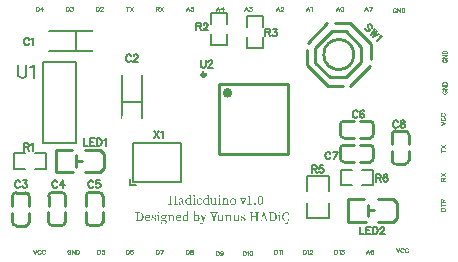
<source format=gto>
G04 Layer: TopSilkscreenLayer*
G04 EasyEDA v6.5.3, 2022-04-19 22:15:57*
G04 160cfc1a8d0c4c478010f6dc8366fd90,3d704182bbbd40308880d08212c7ad4d,10*
G04 Gerber Generator version 0.2*
G04 Scale: 100 percent, Rotated: No, Reflected: No *
G04 Dimensions in inches *
G04 leading zeros omitted , absolute positions ,3 integer and 6 decimal *
%FSLAX36Y36*%
%MOIN*%

%ADD10C,0.0100*%
%ADD26C,0.0060*%
%ADD27C,0.0060*%
%ADD28C,0.0118*%
%ADD29C,0.0157*%
%ADD30C,0.0030*%

%LPD*%
G36*
X897099Y2582400D02*
G01*
X890300Y2580600D01*
X890300Y2579200D01*
X894000Y2578900D01*
X894000Y2568500D01*
X892620Y2569880D01*
X891220Y2570779D01*
X889740Y2571259D01*
X888199Y2571400D01*
X886260Y2571200D01*
X884460Y2570600D01*
X882880Y2569640D01*
X881520Y2568340D01*
X880420Y2566740D01*
X879599Y2564820D01*
X879080Y2562640D01*
X878907Y2560299D01*
X882700Y2560299D01*
X883199Y2564340D01*
X884580Y2567120D01*
X886580Y2568700D01*
X889000Y2569200D01*
X890080Y2569080D01*
X891260Y2568680D01*
X892520Y2567940D01*
X893900Y2566800D01*
X893900Y2554200D01*
X892660Y2553000D01*
X891480Y2552240D01*
X890240Y2551820D01*
X888900Y2551700D01*
X886460Y2552180D01*
X884479Y2553720D01*
X883180Y2556380D01*
X882700Y2560299D01*
X878907Y2560299D01*
X879060Y2557900D01*
X879539Y2555820D01*
X880320Y2553980D01*
X881380Y2552400D01*
X882680Y2551120D01*
X884220Y2550180D01*
X885960Y2549600D01*
X887900Y2549400D01*
X889780Y2549620D01*
X891400Y2550260D01*
X892800Y2551260D01*
X894000Y2552600D01*
X894300Y2549600D01*
X901100Y2550000D01*
X901100Y2551400D01*
X897500Y2551800D01*
X897500Y2575800D01*
X897600Y2582100D01*
G37*
G36*
X919900Y2582400D02*
G01*
X913300Y2580600D01*
X913300Y2579200D01*
X916800Y2578900D01*
X916800Y2554100D01*
X920400Y2554100D01*
X920400Y2566600D01*
X922080Y2567940D01*
X923520Y2568720D01*
X924780Y2569100D01*
X925900Y2569200D01*
X928180Y2568639D01*
X929980Y2566960D01*
X931180Y2564180D01*
X931600Y2560299D01*
X931120Y2556380D01*
X929820Y2553720D01*
X927920Y2552180D01*
X925699Y2551700D01*
X924400Y2551840D01*
X923080Y2552260D01*
X921740Y2553000D01*
X920400Y2554100D01*
X916800Y2554100D01*
X916800Y2551800D01*
X913500Y2551400D01*
X913500Y2550000D01*
X920000Y2549600D01*
X920400Y2552600D01*
X921880Y2551040D01*
X923420Y2550060D01*
X924980Y2549540D01*
X926500Y2549400D01*
X928400Y2549620D01*
X930140Y2550220D01*
X931680Y2551200D01*
X932980Y2552520D01*
X934040Y2554160D01*
X934840Y2556060D01*
X935340Y2558220D01*
X935500Y2560600D01*
X935340Y2563020D01*
X934840Y2565160D01*
X934080Y2567000D01*
X933060Y2568540D01*
X931820Y2569780D01*
X930400Y2570659D01*
X928820Y2571220D01*
X927099Y2571400D01*
X925360Y2571200D01*
X923640Y2570620D01*
X921960Y2569580D01*
X920400Y2568100D01*
X920400Y2575800D01*
X920500Y2582100D01*
G37*
G36*
X799000Y2581800D02*
G01*
X797880Y2581600D01*
X797000Y2581060D01*
X796420Y2580200D01*
X796200Y2579100D01*
X796420Y2578000D01*
X797000Y2577160D01*
X797880Y2576600D01*
X799000Y2576400D01*
X800080Y2576600D01*
X800960Y2577140D01*
X801580Y2578000D01*
X801800Y2579100D01*
X801580Y2580200D01*
X800960Y2581060D01*
X800080Y2581600D01*
G37*
G36*
X1201900Y2581800D02*
G01*
X1200780Y2581600D01*
X1199900Y2581060D01*
X1199320Y2580200D01*
X1199100Y2579100D01*
X1199320Y2578000D01*
X1199900Y2577160D01*
X1200780Y2576600D01*
X1201900Y2576400D01*
X1202980Y2576600D01*
X1203860Y2577140D01*
X1204480Y2578000D01*
X1204700Y2579100D01*
X1204480Y2580200D01*
X1203860Y2581060D01*
X1202980Y2581600D01*
G37*
G36*
X1225400Y2580000D02*
G01*
X1223300Y2579860D01*
X1221320Y2579480D01*
X1219440Y2578860D01*
X1217720Y2578020D01*
X1216140Y2576940D01*
X1214720Y2575680D01*
X1213500Y2574240D01*
X1212460Y2572620D01*
X1211620Y2570840D01*
X1211000Y2568920D01*
X1210620Y2566880D01*
X1210500Y2564700D01*
X1210740Y2561600D01*
X1211460Y2558780D01*
X1212600Y2556260D01*
X1214140Y2554080D01*
X1216080Y2552280D01*
X1218340Y2550880D01*
X1220940Y2549900D01*
X1223800Y2549400D01*
X1223400Y2546300D01*
X1224820Y2546000D01*
X1225820Y2545520D01*
X1226400Y2544820D01*
X1226600Y2543900D01*
X1226440Y2543020D01*
X1225980Y2542360D01*
X1225160Y2541940D01*
X1223440Y2541800D01*
X1222420Y2541880D01*
X1221900Y2542000D01*
X1221600Y2540800D01*
X1222780Y2540520D01*
X1224400Y2540400D01*
X1226500Y2540660D01*
X1228000Y2541400D01*
X1228900Y2542500D01*
X1229200Y2543900D01*
X1228880Y2545240D01*
X1228000Y2546280D01*
X1226660Y2547000D01*
X1225000Y2547400D01*
X1225300Y2549400D01*
X1227680Y2549520D01*
X1229900Y2549880D01*
X1232040Y2550540D01*
X1234100Y2551500D01*
X1234200Y2557900D01*
X1231800Y2557900D01*
X1230700Y2552400D01*
X1229420Y2551900D01*
X1228160Y2551560D01*
X1226920Y2551360D01*
X1225700Y2551300D01*
X1223440Y2551520D01*
X1221380Y2552160D01*
X1219540Y2553220D01*
X1217980Y2554700D01*
X1216720Y2556600D01*
X1215780Y2558900D01*
X1215200Y2561600D01*
X1215000Y2564700D01*
X1215220Y2567780D01*
X1215840Y2570460D01*
X1216840Y2572760D01*
X1218140Y2574660D01*
X1219740Y2576160D01*
X1221580Y2577220D01*
X1223620Y2577880D01*
X1225800Y2578100D01*
X1226920Y2578039D01*
X1228040Y2577860D01*
X1229180Y2577500D01*
X1230300Y2577000D01*
X1231400Y2571400D01*
X1233800Y2571400D01*
X1233700Y2577799D01*
X1231540Y2578860D01*
X1229400Y2579540D01*
X1227340Y2579900D01*
G37*
G36*
X1148700Y2579500D02*
G01*
X1142556Y2561400D01*
X1144400Y2561400D01*
X1148800Y2575000D01*
X1153400Y2561400D01*
X1142556Y2561400D01*
X1139400Y2552100D01*
X1135800Y2551500D01*
X1135800Y2550000D01*
X1145600Y2550000D01*
X1145600Y2551500D01*
X1141300Y2552100D01*
X1143800Y2559700D01*
X1154000Y2559700D01*
X1156500Y2552000D01*
X1152200Y2551500D01*
X1152200Y2550000D01*
X1164100Y2550000D01*
X1164100Y2551500D01*
X1160700Y2551900D01*
X1151200Y2579500D01*
G37*
G36*
X722000Y2579300D02*
G01*
X722000Y2577799D01*
X726000Y2577400D01*
X726100Y2560920D01*
X730100Y2560920D01*
X730200Y2577600D01*
X734000Y2577600D01*
X736340Y2577400D01*
X738400Y2576760D01*
X740200Y2575720D01*
X741680Y2574280D01*
X742840Y2572440D01*
X743700Y2570220D01*
X744220Y2567600D01*
X744400Y2564600D01*
X744220Y2561720D01*
X743700Y2559180D01*
X742820Y2557000D01*
X741620Y2555160D01*
X740100Y2553720D01*
X738240Y2552660D01*
X736080Y2552020D01*
X733600Y2551800D01*
X730200Y2551800D01*
X730100Y2560920D01*
X726100Y2560920D01*
X726000Y2552000D01*
X722000Y2551500D01*
X722000Y2550000D01*
X733900Y2550000D01*
X736020Y2550100D01*
X738040Y2550420D01*
X739920Y2550960D01*
X741680Y2551700D01*
X743280Y2552640D01*
X744720Y2553780D01*
X745960Y2555100D01*
X747020Y2556640D01*
X747860Y2558360D01*
X748480Y2560260D01*
X748860Y2562340D01*
X749000Y2564600D01*
X748880Y2566880D01*
X748540Y2568980D01*
X747960Y2570899D01*
X747180Y2572640D01*
X746200Y2574180D01*
X745040Y2575520D01*
X743700Y2576660D01*
X742180Y2577600D01*
X740520Y2578340D01*
X738720Y2578880D01*
X736760Y2579200D01*
X734700Y2579300D01*
G37*
G36*
X970400Y2579300D02*
G01*
X970400Y2577799D01*
X973700Y2577400D01*
X981600Y2561400D01*
X981500Y2552000D01*
X977000Y2551500D01*
X977000Y2550000D01*
X990200Y2550000D01*
X990200Y2551500D01*
X985600Y2552000D01*
X985600Y2561600D01*
X993199Y2577300D01*
X997000Y2577799D01*
X997000Y2579300D01*
X987000Y2579300D01*
X987000Y2577799D01*
X991200Y2577300D01*
X984700Y2563600D01*
X978300Y2577400D01*
X982600Y2577799D01*
X982600Y2579300D01*
G37*
G36*
X1102900Y2579300D02*
G01*
X1102900Y2577799D01*
X1107000Y2577400D01*
X1107100Y2560640D01*
X1107000Y2552000D01*
X1102900Y2551500D01*
X1102900Y2550000D01*
X1115200Y2550000D01*
X1115200Y2551500D01*
X1111200Y2552000D01*
X1111100Y2564200D01*
X1125400Y2564200D01*
X1125300Y2552000D01*
X1121200Y2551500D01*
X1121200Y2550000D01*
X1133500Y2550000D01*
X1133500Y2551500D01*
X1129400Y2552000D01*
X1129400Y2577400D01*
X1133500Y2577799D01*
X1133500Y2579300D01*
X1121200Y2579300D01*
X1121200Y2577799D01*
X1125300Y2577400D01*
X1125400Y2565899D01*
X1111100Y2565899D01*
X1111200Y2577400D01*
X1115200Y2577799D01*
X1115200Y2579300D01*
G37*
G36*
X1166100Y2579300D02*
G01*
X1166100Y2577799D01*
X1170200Y2577400D01*
X1170300Y2560920D01*
X1174300Y2560920D01*
X1174400Y2577600D01*
X1178200Y2577600D01*
X1180540Y2577400D01*
X1182600Y2576760D01*
X1184400Y2575720D01*
X1185880Y2574280D01*
X1187040Y2572440D01*
X1187900Y2570220D01*
X1188420Y2567600D01*
X1188600Y2564600D01*
X1188420Y2561720D01*
X1187900Y2559180D01*
X1187020Y2557000D01*
X1185820Y2555160D01*
X1184300Y2553720D01*
X1182440Y2552660D01*
X1180280Y2552020D01*
X1177800Y2551800D01*
X1174400Y2551800D01*
X1174300Y2560920D01*
X1170300Y2560920D01*
X1170200Y2552000D01*
X1166100Y2551500D01*
X1166100Y2550000D01*
X1178100Y2550000D01*
X1180220Y2550100D01*
X1182240Y2550420D01*
X1184120Y2550960D01*
X1185860Y2551700D01*
X1187440Y2552640D01*
X1188860Y2553780D01*
X1190100Y2555100D01*
X1191140Y2556640D01*
X1191980Y2558360D01*
X1192600Y2560260D01*
X1192980Y2562340D01*
X1193100Y2564600D01*
X1192980Y2566880D01*
X1192640Y2568980D01*
X1192080Y2570899D01*
X1191300Y2572640D01*
X1190340Y2574180D01*
X1189180Y2575520D01*
X1187860Y2576660D01*
X1186360Y2577600D01*
X1184700Y2578340D01*
X1182900Y2578880D01*
X1180960Y2579200D01*
X1178900Y2579300D01*
G37*
G36*
X763000Y2571400D02*
G01*
X761020Y2571200D01*
X759160Y2570600D01*
X757460Y2569640D01*
X755980Y2568340D01*
X754740Y2566740D01*
X753800Y2564820D01*
X753199Y2562640D01*
X753163Y2562200D01*
X756900Y2562200D01*
X757620Y2565560D01*
X759020Y2567900D01*
X760840Y2569260D01*
X762800Y2569700D01*
X764780Y2569280D01*
X766340Y2568159D01*
X767340Y2566540D01*
X767700Y2564600D01*
X767600Y2563639D01*
X767220Y2562880D01*
X766480Y2562380D01*
X765300Y2562200D01*
X753163Y2562200D01*
X753000Y2560200D01*
X753180Y2557780D01*
X753720Y2555640D01*
X754580Y2553800D01*
X755740Y2552240D01*
X757180Y2551020D01*
X758860Y2550140D01*
X760780Y2549580D01*
X762900Y2549400D01*
X765620Y2549760D01*
X767920Y2550780D01*
X769780Y2552360D01*
X771200Y2554400D01*
X770300Y2555000D01*
X769060Y2553760D01*
X767680Y2552780D01*
X766060Y2552140D01*
X764100Y2551900D01*
X761160Y2552440D01*
X758880Y2554080D01*
X757380Y2556800D01*
X756800Y2560600D01*
X770900Y2560600D01*
X771120Y2561640D01*
X771200Y2563000D01*
X770600Y2566500D01*
X768900Y2569140D01*
X766300Y2570820D01*
G37*
G36*
X783300Y2571400D02*
G01*
X780020Y2570899D01*
X777620Y2569540D01*
X776120Y2567559D01*
X775600Y2565200D01*
X776000Y2563180D01*
X777099Y2561580D01*
X778800Y2560299D01*
X781000Y2559300D01*
X783000Y2558600D01*
X784860Y2557840D01*
X786140Y2556980D01*
X786860Y2555920D01*
X787099Y2554600D01*
X786800Y2553200D01*
X785879Y2552100D01*
X784320Y2551360D01*
X782099Y2551100D01*
X780140Y2551300D01*
X778500Y2551800D01*
X777500Y2555900D01*
X775400Y2555900D01*
X775500Y2551100D01*
X777099Y2550380D01*
X778680Y2549840D01*
X780320Y2549520D01*
X782099Y2549400D01*
X785800Y2549900D01*
X788460Y2551280D01*
X790060Y2553280D01*
X790600Y2555700D01*
X790260Y2557620D01*
X789220Y2559300D01*
X787360Y2560760D01*
X783100Y2562600D01*
X781200Y2563340D01*
X779920Y2564160D01*
X779220Y2565140D01*
X779000Y2566400D01*
X779280Y2567740D01*
X780100Y2568759D01*
X781440Y2569380D01*
X783300Y2569600D01*
X784100Y2569560D01*
X784880Y2569420D01*
X785639Y2569180D01*
X786400Y2568800D01*
X787300Y2565100D01*
X789200Y2565100D01*
X789400Y2569600D01*
X787960Y2570340D01*
X786500Y2570920D01*
X784960Y2571280D01*
G37*
G36*
X816000Y2571400D02*
G01*
X812800Y2570920D01*
X810280Y2569520D01*
X808600Y2567260D01*
X808000Y2564200D01*
X811500Y2564200D01*
X811800Y2566460D01*
X812700Y2568240D01*
X814120Y2569380D01*
X816000Y2569800D01*
X817860Y2569400D01*
X819240Y2568279D01*
X820100Y2566560D01*
X820400Y2564300D01*
X820080Y2561940D01*
X819180Y2560080D01*
X817740Y2558840D01*
X815800Y2558400D01*
X813980Y2558820D01*
X812640Y2559980D01*
X811800Y2561820D01*
X811500Y2564200D01*
X808000Y2564200D01*
X808240Y2562140D01*
X808920Y2560419D01*
X809980Y2559060D01*
X811400Y2558000D01*
X810000Y2556600D01*
X809080Y2555380D01*
X808560Y2554260D01*
X808400Y2553200D01*
X808580Y2551980D01*
X809120Y2551020D01*
X810000Y2550280D01*
X811200Y2549800D01*
X809280Y2548660D01*
X807980Y2547500D01*
X807240Y2546260D01*
X807105Y2545500D01*
X810400Y2545500D01*
X810500Y2546580D01*
X810819Y2547580D01*
X811380Y2548540D01*
X812200Y2549500D01*
X813180Y2549420D01*
X819400Y2549400D01*
X821420Y2549120D01*
X822760Y2548360D01*
X823480Y2547240D01*
X823700Y2545900D01*
X823220Y2544080D01*
X821780Y2542620D01*
X819400Y2541660D01*
X816100Y2541300D01*
X813780Y2541540D01*
X811979Y2542320D01*
X810819Y2543620D01*
X810400Y2545500D01*
X807105Y2545500D01*
X807000Y2544900D01*
X807540Y2542740D01*
X809180Y2541040D01*
X812020Y2539900D01*
X816100Y2539500D01*
X818640Y2539660D01*
X820819Y2540140D01*
X822680Y2540880D01*
X824200Y2541820D01*
X825380Y2542960D01*
X826220Y2544220D01*
X826740Y2545580D01*
X826900Y2547000D01*
X826480Y2549360D01*
X825200Y2551120D01*
X823020Y2552220D01*
X819900Y2552600D01*
X814100Y2552600D01*
X812740Y2552740D01*
X811880Y2553160D01*
X811420Y2553780D01*
X811300Y2554600D01*
X811380Y2555380D01*
X811600Y2556080D01*
X811979Y2556780D01*
X812500Y2557500D01*
X814140Y2557140D01*
X816000Y2557000D01*
X819120Y2557480D01*
X821580Y2558880D01*
X823220Y2561139D01*
X823800Y2564200D01*
X823720Y2565419D01*
X823520Y2566520D01*
X823160Y2567520D01*
X822700Y2568399D01*
X827099Y2568300D01*
X827099Y2570899D01*
X826500Y2571300D01*
X821500Y2569600D01*
X820360Y2570380D01*
X819040Y2570960D01*
X817600Y2571280D01*
G37*
G36*
X844599Y2571400D02*
G01*
X842560Y2571120D01*
X840500Y2570280D01*
X838520Y2569000D01*
X836700Y2567300D01*
X836400Y2570899D01*
X835800Y2571300D01*
X829599Y2568900D01*
X829599Y2567600D01*
X833100Y2567200D01*
X833180Y2564660D01*
X833100Y2551800D01*
X829900Y2551400D01*
X829900Y2550000D01*
X840000Y2550000D01*
X840000Y2551400D01*
X836900Y2551800D01*
X836800Y2565700D01*
X838460Y2567040D01*
X840020Y2567940D01*
X841520Y2568440D01*
X843000Y2568600D01*
X844620Y2568320D01*
X845740Y2567420D01*
X846380Y2565779D01*
X846600Y2563300D01*
X846500Y2551800D01*
X843300Y2551400D01*
X843300Y2550000D01*
X853400Y2550000D01*
X853400Y2551400D01*
X850300Y2551800D01*
X850200Y2563399D01*
X849840Y2567020D01*
X848780Y2569500D01*
X847039Y2570940D01*
G37*
G36*
X866700Y2571400D02*
G01*
X864720Y2571200D01*
X862840Y2570600D01*
X861140Y2569640D01*
X859620Y2568340D01*
X858379Y2566740D01*
X857420Y2564820D01*
X856820Y2562640D01*
X856780Y2562200D01*
X860500Y2562200D01*
X861260Y2565560D01*
X862680Y2567900D01*
X864500Y2569260D01*
X866500Y2569700D01*
X868439Y2569280D01*
X869940Y2568159D01*
X870939Y2566540D01*
X871300Y2564600D01*
X871200Y2563639D01*
X870860Y2562880D01*
X870160Y2562380D01*
X869000Y2562200D01*
X856780Y2562200D01*
X856600Y2560200D01*
X856780Y2557780D01*
X857320Y2555640D01*
X858180Y2553800D01*
X859340Y2552240D01*
X860780Y2551020D01*
X862460Y2550140D01*
X864380Y2549580D01*
X866500Y2549400D01*
X869220Y2549760D01*
X871520Y2550780D01*
X873379Y2552360D01*
X874800Y2554400D01*
X873900Y2555000D01*
X872700Y2553760D01*
X871340Y2552780D01*
X869720Y2552140D01*
X867800Y2551900D01*
X864860Y2552440D01*
X862580Y2554080D01*
X861080Y2556800D01*
X860500Y2560600D01*
X874599Y2560600D01*
X874820Y2561640D01*
X874900Y2563000D01*
X874280Y2566500D01*
X872560Y2569140D01*
X869960Y2570820D01*
G37*
G36*
X1036100Y2571400D02*
G01*
X1034040Y2571120D01*
X1031960Y2570280D01*
X1029980Y2569000D01*
X1028199Y2567300D01*
X1027800Y2570899D01*
X1027200Y2571300D01*
X1021100Y2568900D01*
X1021100Y2567600D01*
X1024599Y2567200D01*
X1024700Y2561500D01*
X1024599Y2551800D01*
X1021400Y2551400D01*
X1021400Y2550000D01*
X1031400Y2550000D01*
X1031400Y2551400D01*
X1028400Y2551800D01*
X1028300Y2565700D01*
X1029960Y2567040D01*
X1031500Y2567940D01*
X1032960Y2568440D01*
X1034400Y2568600D01*
X1036080Y2568320D01*
X1037220Y2567420D01*
X1037880Y2565779D01*
X1038100Y2563300D01*
X1038000Y2551800D01*
X1034800Y2551400D01*
X1034800Y2550000D01*
X1044800Y2550000D01*
X1044800Y2551400D01*
X1041800Y2551800D01*
X1041700Y2563399D01*
X1041340Y2567020D01*
X1040280Y2569500D01*
X1038540Y2570940D01*
G37*
G36*
X1081700Y2571400D02*
G01*
X1078440Y2570899D01*
X1076060Y2569540D01*
X1074600Y2567559D01*
X1074100Y2565200D01*
X1074480Y2563180D01*
X1075560Y2561580D01*
X1077220Y2560299D01*
X1079400Y2559300D01*
X1081500Y2558600D01*
X1083360Y2557840D01*
X1084640Y2556980D01*
X1085360Y2555920D01*
X1085600Y2554600D01*
X1085300Y2553200D01*
X1084360Y2552100D01*
X1082780Y2551360D01*
X1080500Y2551100D01*
X1078580Y2551300D01*
X1076900Y2551800D01*
X1076000Y2555900D01*
X1073900Y2555900D01*
X1074000Y2551100D01*
X1075560Y2550380D01*
X1077120Y2549840D01*
X1078760Y2549520D01*
X1080600Y2549400D01*
X1084240Y2549900D01*
X1086860Y2551280D01*
X1088460Y2553280D01*
X1089000Y2555700D01*
X1088680Y2557620D01*
X1087660Y2559300D01*
X1085800Y2560760D01*
X1079640Y2563340D01*
X1078360Y2564160D01*
X1077640Y2565140D01*
X1077400Y2566400D01*
X1077680Y2567740D01*
X1078500Y2568759D01*
X1079840Y2569380D01*
X1081700Y2569600D01*
X1083300Y2569420D01*
X1084100Y2569180D01*
X1084900Y2568800D01*
X1085700Y2565100D01*
X1087700Y2565100D01*
X1087800Y2569600D01*
X1086380Y2570340D01*
X1084940Y2570920D01*
X1083400Y2571280D01*
G37*
G36*
X800300Y2571300D02*
G01*
X793600Y2569000D01*
X793600Y2567600D01*
X797200Y2567300D01*
X797300Y2561500D01*
X797200Y2551800D01*
X793800Y2551400D01*
X793800Y2550000D01*
X803900Y2550000D01*
X803900Y2551400D01*
X800900Y2551800D01*
X800800Y2565100D01*
X800900Y2570899D01*
G37*
G36*
X1203200Y2571300D02*
G01*
X1196500Y2569000D01*
X1196500Y2567600D01*
X1200100Y2567300D01*
X1200180Y2564620D01*
X1200100Y2551800D01*
X1196800Y2551400D01*
X1196800Y2550000D01*
X1206800Y2550000D01*
X1206800Y2551400D01*
X1203800Y2551800D01*
X1203800Y2570899D01*
G37*
G36*
X1001400Y2571100D02*
G01*
X995000Y2570400D01*
X995000Y2569200D01*
X998199Y2568500D01*
X998000Y2557400D01*
X998400Y2553660D01*
X999539Y2551180D01*
X1001380Y2549820D01*
X1003800Y2549400D01*
X1005840Y2549660D01*
X1007840Y2550460D01*
X1009800Y2551760D01*
X1011600Y2553600D01*
X1012000Y2549600D01*
X1018000Y2550000D01*
X1018000Y2551300D01*
X1015000Y2551800D01*
X1015000Y2564400D01*
X1015200Y2570600D01*
X1014800Y2571100D01*
X1008400Y2570400D01*
X1008400Y2569100D01*
X1011600Y2568500D01*
X1011400Y2555200D01*
X1009940Y2553900D01*
X1008420Y2553000D01*
X1006880Y2552480D01*
X1005300Y2552300D01*
X1003720Y2552560D01*
X1002600Y2553460D01*
X1001919Y2555080D01*
X1001700Y2557600D01*
X1001700Y2564400D01*
X1001900Y2570600D01*
G37*
G36*
X1053600Y2571100D02*
G01*
X1047099Y2570400D01*
X1047099Y2569200D01*
X1050300Y2568500D01*
X1050200Y2557400D01*
X1050540Y2553660D01*
X1051660Y2551180D01*
X1053480Y2549820D01*
X1055900Y2549400D01*
X1057940Y2549660D01*
X1059940Y2550460D01*
X1061900Y2551760D01*
X1063700Y2553600D01*
X1064100Y2549600D01*
X1070200Y2550000D01*
X1070200Y2551300D01*
X1067200Y2551800D01*
X1067200Y2564400D01*
X1067300Y2570600D01*
X1066900Y2571100D01*
X1060600Y2570400D01*
X1060600Y2569100D01*
X1063700Y2568500D01*
X1063600Y2555200D01*
X1062100Y2553900D01*
X1060580Y2553000D01*
X1059020Y2552480D01*
X1057400Y2552300D01*
X1055820Y2552560D01*
X1054700Y2553460D01*
X1054020Y2555080D01*
X1053800Y2557600D01*
X1053800Y2564400D01*
X1054000Y2570600D01*
G37*
G36*
X937099Y2570800D02*
G01*
X937099Y2569400D01*
X939599Y2569100D01*
X947700Y2548700D01*
X946680Y2546300D01*
X945740Y2544540D01*
X944620Y2542980D01*
X943300Y2541700D01*
X942159Y2542720D01*
X941400Y2543220D01*
X940639Y2543500D01*
X939800Y2543600D01*
X938840Y2543500D01*
X937980Y2543180D01*
X937340Y2542620D01*
X937000Y2541800D01*
X937320Y2540700D01*
X938160Y2539860D01*
X939400Y2539300D01*
X940900Y2539100D01*
X942080Y2539240D01*
X943220Y2539680D01*
X944320Y2540420D01*
X945420Y2541500D01*
X946480Y2542940D01*
X947560Y2544760D01*
X948620Y2546960D01*
X949700Y2549600D01*
X957000Y2569000D01*
X959500Y2569400D01*
X959500Y2570800D01*
X951000Y2570800D01*
X951000Y2569400D01*
X955000Y2569000D01*
X949400Y2553400D01*
X943700Y2569000D01*
X947500Y2569400D01*
X947500Y2570800D01*
G37*
G36*
X906200Y2637400D02*
G01*
X899400Y2635600D01*
X899400Y2634200D01*
X903100Y2633900D01*
X903100Y2623500D01*
X901680Y2624880D01*
X900280Y2625779D01*
X898820Y2626259D01*
X897300Y2626400D01*
X895340Y2626200D01*
X893560Y2625600D01*
X891979Y2624640D01*
X890620Y2623340D01*
X889520Y2621740D01*
X888700Y2619820D01*
X888180Y2617640D01*
X888007Y2615299D01*
X891800Y2615299D01*
X892300Y2619340D01*
X893660Y2622120D01*
X895639Y2623700D01*
X898000Y2624200D01*
X899140Y2624080D01*
X900320Y2623680D01*
X901580Y2622940D01*
X903000Y2621800D01*
X903000Y2609200D01*
X901760Y2608000D01*
X900580Y2607240D01*
X899340Y2606820D01*
X898000Y2606700D01*
X895520Y2607180D01*
X893540Y2608720D01*
X892260Y2611380D01*
X891800Y2615299D01*
X888007Y2615299D01*
X888160Y2612900D01*
X888640Y2610820D01*
X889419Y2608980D01*
X890480Y2607400D01*
X891780Y2606120D01*
X893319Y2605179D01*
X895060Y2604600D01*
X897000Y2604400D01*
X898840Y2604620D01*
X900460Y2605260D01*
X901880Y2606259D01*
X903100Y2607600D01*
X903400Y2604600D01*
X910200Y2605000D01*
X910200Y2606400D01*
X906600Y2606800D01*
X906600Y2630800D01*
X906700Y2637100D01*
G37*
G36*
X965600Y2637400D02*
G01*
X958900Y2635600D01*
X958900Y2634200D01*
X962600Y2633900D01*
X962600Y2623500D01*
X961180Y2624880D01*
X959740Y2625779D01*
X958280Y2626259D01*
X956800Y2626400D01*
X954840Y2626200D01*
X953060Y2625600D01*
X951460Y2624640D01*
X950080Y2623340D01*
X948960Y2621740D01*
X948100Y2619820D01*
X947580Y2617640D01*
X947407Y2615299D01*
X951300Y2615299D01*
X951800Y2619340D01*
X953160Y2622120D01*
X955140Y2623700D01*
X957500Y2624200D01*
X958640Y2624080D01*
X959820Y2623680D01*
X961080Y2622940D01*
X962500Y2621800D01*
X962500Y2609200D01*
X961260Y2608000D01*
X960080Y2607240D01*
X958840Y2606820D01*
X957500Y2606700D01*
X955020Y2607180D01*
X953060Y2608720D01*
X951760Y2611380D01*
X951300Y2615299D01*
X947407Y2615299D01*
X947560Y2612900D01*
X948060Y2610820D01*
X948860Y2608980D01*
X949920Y2607400D01*
X951220Y2606120D01*
X952760Y2605179D01*
X954500Y2604600D01*
X956400Y2604400D01*
X958280Y2604620D01*
X959920Y2605260D01*
X961340Y2606259D01*
X962600Y2607600D01*
X962800Y2604600D01*
X969599Y2605000D01*
X969599Y2606400D01*
X966100Y2606800D01*
X966100Y2630800D01*
X966200Y2637100D01*
G37*
G36*
X917600Y2636800D02*
G01*
X916480Y2636600D01*
X915600Y2636060D01*
X915020Y2635200D01*
X914800Y2634100D01*
X915020Y2633000D01*
X915600Y2632160D01*
X916480Y2631600D01*
X917600Y2631400D01*
X918720Y2631600D01*
X919599Y2632140D01*
X920180Y2633000D01*
X920400Y2634100D01*
X920180Y2635200D01*
X919599Y2636060D01*
X918720Y2636600D01*
G37*
G36*
X1002500Y2636800D02*
G01*
X1001380Y2636600D01*
X1000460Y2636060D01*
X999820Y2635200D01*
X999599Y2634100D01*
X999820Y2633000D01*
X1000460Y2632160D01*
X1001380Y2631600D01*
X1002500Y2631400D01*
X1003580Y2631600D01*
X1004460Y2632140D01*
X1005080Y2633000D01*
X1005300Y2634100D01*
X1005080Y2635200D01*
X1004460Y2636060D01*
X1003580Y2636600D01*
G37*
G36*
X1138000Y2634900D02*
G01*
X1136260Y2634700D01*
X1134580Y2634080D01*
X1133020Y2633020D01*
X1131640Y2631480D01*
X1130480Y2629440D01*
X1129580Y2626840D01*
X1129000Y2623680D01*
X1128800Y2619900D01*
X1132700Y2619900D01*
X1132820Y2623480D01*
X1133140Y2626400D01*
X1133640Y2628720D01*
X1134300Y2630480D01*
X1135100Y2631760D01*
X1136000Y2632600D01*
X1136960Y2633060D01*
X1138000Y2633200D01*
X1139000Y2633060D01*
X1139960Y2632600D01*
X1140840Y2631760D01*
X1141620Y2630480D01*
X1142260Y2628720D01*
X1142760Y2626400D01*
X1143080Y2623480D01*
X1143200Y2619900D01*
X1143080Y2616180D01*
X1142760Y2613140D01*
X1142260Y2610740D01*
X1141620Y2608920D01*
X1140840Y2607600D01*
X1139960Y2606720D01*
X1139000Y2606240D01*
X1138000Y2606100D01*
X1136960Y2606240D01*
X1136000Y2606720D01*
X1135100Y2607600D01*
X1134300Y2608920D01*
X1133640Y2610740D01*
X1133140Y2613140D01*
X1132820Y2616180D01*
X1132700Y2619900D01*
X1128800Y2619900D01*
X1129000Y2615980D01*
X1129580Y2612720D01*
X1130480Y2610020D01*
X1131640Y2607919D01*
X1133020Y2606320D01*
X1134580Y2605240D01*
X1136260Y2604600D01*
X1138000Y2604400D01*
X1139720Y2604600D01*
X1141380Y2605240D01*
X1142940Y2606320D01*
X1144320Y2607919D01*
X1145500Y2610020D01*
X1146400Y2612720D01*
X1147000Y2615980D01*
X1147200Y2619900D01*
X1147000Y2623680D01*
X1146400Y2626840D01*
X1145500Y2629440D01*
X1144320Y2631480D01*
X1142940Y2633020D01*
X1141380Y2634080D01*
X1139720Y2634700D01*
G37*
G36*
X1104600Y2634800D02*
G01*
X1095600Y2632400D01*
X1095600Y2630899D01*
X1101500Y2631400D01*
X1101400Y2607200D01*
X1095200Y2606400D01*
X1095200Y2605000D01*
X1111300Y2605000D01*
X1111300Y2606400D01*
X1105200Y2607200D01*
X1105120Y2610740D01*
X1105100Y2628000D01*
X1105200Y2634300D01*
G37*
G36*
X832000Y2634300D02*
G01*
X832000Y2632799D01*
X836000Y2632400D01*
X836100Y2615640D01*
X836000Y2607000D01*
X832000Y2606500D01*
X832000Y2605000D01*
X844200Y2605000D01*
X844200Y2606500D01*
X840200Y2607000D01*
X840100Y2619200D01*
X854400Y2619200D01*
X854300Y2607000D01*
X850300Y2606500D01*
X850300Y2605000D01*
X862600Y2605000D01*
X862600Y2606500D01*
X858500Y2607000D01*
X858400Y2623639D01*
X858500Y2632400D01*
X862600Y2632799D01*
X862600Y2634300D01*
X850300Y2634300D01*
X850300Y2632799D01*
X854300Y2632400D01*
X854400Y2620899D01*
X840100Y2620899D01*
X840200Y2632400D01*
X844200Y2632799D01*
X844200Y2634300D01*
G37*
G36*
X874800Y2626400D02*
G01*
X871620Y2626019D01*
X869080Y2624940D01*
X867280Y2623240D01*
X866300Y2621000D01*
X866480Y2620280D01*
X866840Y2619740D01*
X867420Y2619420D01*
X868199Y2619300D01*
X869000Y2619420D01*
X869640Y2619820D01*
X870100Y2620440D01*
X871300Y2624300D01*
X872580Y2624620D01*
X873800Y2624700D01*
X875680Y2624460D01*
X876979Y2623600D01*
X877760Y2621920D01*
X878000Y2619200D01*
X878000Y2617900D01*
X875300Y2617220D01*
X872900Y2616400D01*
X869380Y2614900D01*
X867159Y2613360D01*
X866020Y2611680D01*
X865802Y2610400D01*
X869400Y2610400D01*
X869560Y2611620D01*
X870220Y2612840D01*
X871600Y2614040D01*
X873900Y2615200D01*
X875720Y2615860D01*
X878000Y2616500D01*
X878000Y2609600D01*
X876380Y2608360D01*
X875120Y2607559D01*
X874060Y2607120D01*
X873000Y2607000D01*
X871560Y2607200D01*
X870420Y2607799D01*
X869659Y2608860D01*
X869400Y2610400D01*
X865802Y2610400D01*
X865699Y2609800D01*
X866160Y2607480D01*
X867400Y2605779D01*
X869240Y2604760D01*
X871500Y2604400D01*
X873280Y2604620D01*
X874820Y2605299D01*
X876340Y2606420D01*
X878000Y2608000D01*
X878480Y2606520D01*
X879320Y2605419D01*
X880500Y2604740D01*
X882000Y2604500D01*
X883080Y2604620D01*
X884040Y2605020D01*
X884920Y2605720D01*
X885699Y2606800D01*
X884900Y2607600D01*
X884120Y2606780D01*
X883700Y2606580D01*
X883199Y2606500D01*
X882520Y2606640D01*
X882020Y2607120D01*
X881700Y2607980D01*
X881600Y2609300D01*
X881600Y2618800D01*
X881180Y2622300D01*
X879920Y2624660D01*
X877800Y2625980D01*
G37*
G36*
X936200Y2626400D02*
G01*
X934200Y2626200D01*
X932320Y2625640D01*
X930560Y2624700D01*
X929020Y2623440D01*
X927740Y2621840D01*
X926760Y2619940D01*
X926120Y2617760D01*
X925900Y2615299D01*
X926080Y2612900D01*
X926620Y2610779D01*
X927480Y2608900D01*
X928640Y2607340D01*
X930080Y2606080D01*
X931760Y2605160D01*
X933680Y2604600D01*
X935800Y2604400D01*
X938620Y2604760D01*
X940900Y2605820D01*
X942660Y2607520D01*
X943900Y2609800D01*
X943000Y2610200D01*
X941800Y2608800D01*
X940360Y2607760D01*
X938720Y2607120D01*
X936900Y2606900D01*
X934000Y2607480D01*
X931720Y2609200D01*
X930240Y2611960D01*
X929700Y2615700D01*
X930180Y2619520D01*
X931540Y2622340D01*
X933660Y2624100D01*
X936400Y2624700D01*
X937520Y2624620D01*
X938800Y2624300D01*
X939840Y2620380D01*
X940300Y2619740D01*
X940980Y2619340D01*
X941900Y2619200D01*
X942640Y2619300D01*
X943180Y2619580D01*
X943580Y2620080D01*
X943800Y2620800D01*
X942900Y2623020D01*
X941200Y2624800D01*
X938900Y2625980D01*
G37*
G36*
X1025400Y2626400D02*
G01*
X1023360Y2626120D01*
X1021300Y2625280D01*
X1019320Y2624000D01*
X1017500Y2622300D01*
X1017200Y2625899D01*
X1016600Y2626300D01*
X1010400Y2623900D01*
X1010400Y2622600D01*
X1013900Y2622200D01*
X1013980Y2619660D01*
X1013900Y2606800D01*
X1010699Y2606400D01*
X1010699Y2605000D01*
X1020800Y2605000D01*
X1020800Y2606400D01*
X1017700Y2606800D01*
X1017600Y2620700D01*
X1019260Y2622040D01*
X1020819Y2622940D01*
X1022320Y2623440D01*
X1023800Y2623600D01*
X1025420Y2623320D01*
X1026540Y2622420D01*
X1027180Y2620779D01*
X1027400Y2618300D01*
X1027300Y2606800D01*
X1024100Y2606400D01*
X1024100Y2605000D01*
X1034200Y2605000D01*
X1034200Y2606400D01*
X1031100Y2606800D01*
X1031000Y2618399D01*
X1030639Y2622020D01*
X1029580Y2624500D01*
X1027840Y2625940D01*
G37*
G36*
X1047500Y2626400D02*
G01*
X1045600Y2626220D01*
X1043780Y2625700D01*
X1042060Y2624820D01*
X1040540Y2623580D01*
X1039260Y2622020D01*
X1038259Y2620120D01*
X1037620Y2617880D01*
X1037400Y2615299D01*
X1041400Y2615299D01*
X1041800Y2619340D01*
X1042980Y2622280D01*
X1044900Y2624080D01*
X1047500Y2624700D01*
X1050040Y2624080D01*
X1051920Y2622280D01*
X1053100Y2619340D01*
X1053500Y2615299D01*
X1053100Y2611340D01*
X1051920Y2608460D01*
X1050040Y2606700D01*
X1047500Y2606100D01*
X1044900Y2606700D01*
X1042980Y2608440D01*
X1041800Y2611340D01*
X1041400Y2615299D01*
X1037400Y2615299D01*
X1037620Y2612760D01*
X1038240Y2610560D01*
X1039220Y2608680D01*
X1040500Y2607140D01*
X1042020Y2605960D01*
X1043720Y2605100D01*
X1045580Y2604580D01*
X1047500Y2604400D01*
X1049400Y2604580D01*
X1051220Y2605100D01*
X1052940Y2605960D01*
X1054460Y2607160D01*
X1055740Y2608680D01*
X1056740Y2610560D01*
X1057380Y2612760D01*
X1057600Y2615299D01*
X1057380Y2617880D01*
X1056740Y2620120D01*
X1055740Y2622020D01*
X1054460Y2623580D01*
X1052940Y2624820D01*
X1051220Y2625700D01*
X1049400Y2626220D01*
G37*
G36*
X919000Y2626300D02*
G01*
X912200Y2624000D01*
X912200Y2622600D01*
X915800Y2622300D01*
X915879Y2619620D01*
X915800Y2606800D01*
X912500Y2606400D01*
X912500Y2605000D01*
X922600Y2605000D01*
X922600Y2606400D01*
X919599Y2606800D01*
X919520Y2610620D01*
X919500Y2620100D01*
X919599Y2625899D01*
G37*
G36*
X1003800Y2626300D02*
G01*
X997099Y2624000D01*
X997099Y2622600D01*
X1000600Y2622300D01*
X1000800Y2616500D01*
X1000699Y2606800D01*
X997300Y2606400D01*
X997300Y2605000D01*
X1007400Y2605000D01*
X1007400Y2606400D01*
X1004400Y2606800D01*
X1004300Y2620100D01*
X1004400Y2625899D01*
G37*
G36*
X977600Y2626100D02*
G01*
X971200Y2625400D01*
X971200Y2624200D01*
X974300Y2623500D01*
X974200Y2612400D01*
X974599Y2608660D01*
X975740Y2606180D01*
X977540Y2604820D01*
X979900Y2604400D01*
X982000Y2604660D01*
X984020Y2605460D01*
X985939Y2606760D01*
X987700Y2608600D01*
X988100Y2604600D01*
X994200Y2605000D01*
X994200Y2606300D01*
X991200Y2606800D01*
X991200Y2619400D01*
X991300Y2625600D01*
X990900Y2626100D01*
X984599Y2625400D01*
X984599Y2624100D01*
X987700Y2623500D01*
X987600Y2610200D01*
X986140Y2608900D01*
X984620Y2608000D01*
X983080Y2607480D01*
X981500Y2607300D01*
X979900Y2607559D01*
X978760Y2608460D01*
X978040Y2610080D01*
X977800Y2612600D01*
X977800Y2619400D01*
X978000Y2625600D01*
G37*
G36*
X1069700Y2625800D02*
G01*
X1069700Y2624300D01*
X1072200Y2624000D01*
X1080000Y2604700D01*
X1081800Y2604700D01*
X1089000Y2623800D01*
X1091500Y2624300D01*
X1091500Y2625800D01*
X1083400Y2625800D01*
X1083400Y2624300D01*
X1087000Y2623800D01*
X1081900Y2609100D01*
X1076400Y2623900D01*
X1080200Y2624300D01*
X1080200Y2625800D01*
G37*
G36*
X1120400Y2610400D02*
G01*
X1119260Y2610160D01*
X1118300Y2609500D01*
X1117640Y2608540D01*
X1117400Y2607400D01*
X1117640Y2606259D01*
X1118300Y2605299D01*
X1119260Y2604640D01*
X1120400Y2604400D01*
X1121580Y2604640D01*
X1122540Y2605299D01*
X1123180Y2606259D01*
X1123400Y2607400D01*
X1123180Y2608540D01*
X1122540Y2609500D01*
X1121580Y2610160D01*
G37*
D30*
X390000Y3265100D02*
G01*
X390000Y3250799D01*
X390000Y3265100D02*
G01*
X394800Y3265100D01*
X396799Y3264499D01*
X398200Y3263099D01*
X398899Y3261700D01*
X399499Y3259699D01*
X399499Y3256300D01*
X398899Y3254200D01*
X398200Y3252899D01*
X396799Y3251500D01*
X394800Y3250799D01*
X390000Y3250799D01*
X410900Y3265100D02*
G01*
X404000Y3255599D01*
X414299Y3255599D01*
X410900Y3265100D02*
G01*
X410900Y3250799D01*
X490000Y3265100D02*
G01*
X490000Y3250799D01*
X490000Y3265100D02*
G01*
X494800Y3265100D01*
X496799Y3264499D01*
X498200Y3263099D01*
X498899Y3261700D01*
X499499Y3259699D01*
X499499Y3256300D01*
X498899Y3254200D01*
X498200Y3252899D01*
X496799Y3251500D01*
X494800Y3250799D01*
X490000Y3250799D01*
X505399Y3265100D02*
G01*
X512899Y3265100D01*
X508800Y3259699D01*
X510900Y3259699D01*
X512199Y3259000D01*
X512899Y3258299D01*
X513600Y3256300D01*
X513600Y3254899D01*
X512899Y3252899D01*
X511500Y3251500D01*
X509499Y3250799D01*
X507500Y3250799D01*
X505399Y3251500D01*
X504699Y3252199D01*
X504000Y3253499D01*
X590000Y3265100D02*
G01*
X590000Y3250799D01*
X590000Y3265100D02*
G01*
X594800Y3265100D01*
X596799Y3264499D01*
X598200Y3263099D01*
X598899Y3261700D01*
X599499Y3259699D01*
X599499Y3256300D01*
X598899Y3254200D01*
X598200Y3252899D01*
X596799Y3251500D01*
X594800Y3250799D01*
X590000Y3250799D01*
X604699Y3261700D02*
G01*
X604699Y3262399D01*
X605399Y3263800D01*
X606100Y3264499D01*
X607500Y3265100D01*
X610199Y3265100D01*
X611500Y3264499D01*
X612199Y3263800D01*
X612899Y3262399D01*
X612899Y3260999D01*
X612199Y3259699D01*
X610900Y3257600D01*
X604000Y3250799D01*
X613600Y3250799D01*
X694800Y3265100D02*
G01*
X694800Y3250799D01*
X690000Y3265100D02*
G01*
X699499Y3265100D01*
X704000Y3265100D02*
G01*
X713600Y3250799D01*
X713600Y3265100D02*
G01*
X704000Y3250799D01*
X790000Y3265100D02*
G01*
X790000Y3250799D01*
X790000Y3265100D02*
G01*
X796099Y3265100D01*
X798199Y3264499D01*
X798900Y3263800D01*
X799499Y3262399D01*
X799499Y3260999D01*
X798900Y3259699D01*
X798199Y3259000D01*
X796099Y3258299D01*
X790000Y3258299D01*
X794799Y3258299D02*
G01*
X799499Y3250799D01*
X803999Y3265100D02*
G01*
X813599Y3250799D01*
X813599Y3265100D02*
G01*
X803999Y3250799D01*
X895500Y3265100D02*
G01*
X890000Y3250799D01*
X895500Y3265100D02*
G01*
X900900Y3250799D01*
X891999Y3255599D02*
G01*
X898900Y3255599D01*
X913599Y3265100D02*
G01*
X906800Y3265100D01*
X906099Y3259000D01*
X906800Y3259699D01*
X908800Y3260399D01*
X910900Y3260399D01*
X912899Y3259699D01*
X914300Y3258299D01*
X915000Y3256300D01*
X915000Y3254899D01*
X914300Y3252899D01*
X912899Y3251500D01*
X910900Y3250799D01*
X908800Y3250799D01*
X906800Y3251500D01*
X906099Y3252199D01*
X905399Y3253499D01*
X995500Y3265100D02*
G01*
X990000Y3250799D01*
X995500Y3265100D02*
G01*
X1000900Y3250799D01*
X991999Y3255599D02*
G01*
X998900Y3255599D01*
X1012200Y3265100D02*
G01*
X1005399Y3255599D01*
X1015600Y3255599D01*
X1012200Y3265100D02*
G01*
X1012200Y3250799D01*
X1090500Y3265100D02*
G01*
X1085000Y3250799D01*
X1090500Y3265100D02*
G01*
X1095900Y3250799D01*
X1086999Y3255599D02*
G01*
X1093900Y3255599D01*
X1101800Y3265100D02*
G01*
X1109300Y3265100D01*
X1105200Y3259699D01*
X1107200Y3259699D01*
X1108599Y3259000D01*
X1109300Y3258299D01*
X1110000Y3256300D01*
X1110000Y3254899D01*
X1109300Y3252899D01*
X1107899Y3251500D01*
X1105900Y3250799D01*
X1103800Y3250799D01*
X1101800Y3251500D01*
X1101099Y3252199D01*
X1100399Y3253499D01*
X1195500Y3265100D02*
G01*
X1190000Y3250799D01*
X1195500Y3265100D02*
G01*
X1200900Y3250799D01*
X1191999Y3255599D02*
G01*
X1198900Y3255599D01*
X1206099Y3261700D02*
G01*
X1206099Y3262399D01*
X1206800Y3263800D01*
X1207500Y3264499D01*
X1208800Y3265100D01*
X1211499Y3265100D01*
X1212899Y3264499D01*
X1213599Y3263800D01*
X1214300Y3262399D01*
X1214300Y3260999D01*
X1213599Y3259699D01*
X1212200Y3257600D01*
X1205399Y3250799D01*
X1215000Y3250799D01*
X1295500Y3265100D02*
G01*
X1290000Y3250799D01*
X1295500Y3265100D02*
G01*
X1300900Y3250799D01*
X1291999Y3255599D02*
G01*
X1298900Y3255599D01*
X1305399Y3262399D02*
G01*
X1306800Y3263099D01*
X1308800Y3265100D01*
X1308800Y3250799D01*
X1395500Y3265100D02*
G01*
X1390000Y3250799D01*
X1395500Y3265100D02*
G01*
X1400900Y3250799D01*
X1391999Y3255599D02*
G01*
X1398900Y3255599D01*
X1409499Y3265100D02*
G01*
X1407500Y3264499D01*
X1406099Y3262399D01*
X1405399Y3259000D01*
X1405399Y3256999D01*
X1406099Y3253499D01*
X1407500Y3251500D01*
X1409499Y3250799D01*
X1410900Y3250799D01*
X1412899Y3251500D01*
X1414300Y3253499D01*
X1415000Y3256999D01*
X1415000Y3259000D01*
X1414300Y3262399D01*
X1412899Y3264499D01*
X1410900Y3265100D01*
X1409499Y3265100D01*
X1490500Y3265100D02*
G01*
X1485000Y3250799D01*
X1490500Y3265100D02*
G01*
X1495900Y3250799D01*
X1486999Y3255599D02*
G01*
X1493900Y3255599D01*
X1510000Y3265100D02*
G01*
X1503100Y3250799D01*
X1500399Y3265100D02*
G01*
X1510000Y3265100D01*
X1590200Y3256700D02*
G01*
X1589499Y3258099D01*
X1588199Y3259499D01*
X1586800Y3260100D01*
X1584099Y3260100D01*
X1582700Y3259499D01*
X1581400Y3258099D01*
X1580699Y3256700D01*
X1580000Y3254699D01*
X1580000Y3251300D01*
X1580699Y3249200D01*
X1581400Y3247899D01*
X1582700Y3246500D01*
X1584099Y3245799D01*
X1586800Y3245799D01*
X1588199Y3246500D01*
X1589499Y3247899D01*
X1590200Y3249200D01*
X1590200Y3251300D01*
X1586800Y3251300D02*
G01*
X1590200Y3251300D01*
X1594700Y3260100D02*
G01*
X1594700Y3245799D01*
X1594700Y3260100D02*
G01*
X1604300Y3245799D01*
X1604300Y3260100D02*
G01*
X1604300Y3245799D01*
X1608800Y3260100D02*
G01*
X1608800Y3245799D01*
X1608800Y3260100D02*
G01*
X1613500Y3260100D01*
X1615600Y3259499D01*
X1616999Y3258099D01*
X1617600Y3256700D01*
X1618299Y3254699D01*
X1618299Y3251300D01*
X1617600Y3249200D01*
X1616999Y3247899D01*
X1615600Y3246500D01*
X1613500Y3245799D01*
X1608800Y3245799D01*
X1748299Y3090200D02*
G01*
X1746899Y3089499D01*
X1745500Y3088200D01*
X1744899Y3086799D01*
X1744899Y3084099D01*
X1745500Y3082700D01*
X1746899Y3081399D01*
X1748299Y3080700D01*
X1750299Y3080000D01*
X1753699Y3080000D01*
X1755799Y3080700D01*
X1757100Y3081399D01*
X1758500Y3082700D01*
X1759200Y3084099D01*
X1759200Y3086799D01*
X1758500Y3088200D01*
X1757100Y3089499D01*
X1755799Y3090200D01*
X1753699Y3090200D01*
X1753699Y3086799D02*
G01*
X1753699Y3090200D01*
X1744899Y3094699D02*
G01*
X1759200Y3094699D01*
X1744899Y3094699D02*
G01*
X1759200Y3104299D01*
X1744899Y3104299D02*
G01*
X1759200Y3104299D01*
X1744899Y3108800D02*
G01*
X1759200Y3108800D01*
X1744899Y3108800D02*
G01*
X1744899Y3113499D01*
X1745500Y3115599D01*
X1746899Y3116999D01*
X1748299Y3117600D01*
X1750299Y3118299D01*
X1753699Y3118299D01*
X1755799Y3117600D01*
X1757100Y3116999D01*
X1758500Y3115599D01*
X1759200Y3113499D01*
X1759200Y3108800D01*
X1748299Y2985200D02*
G01*
X1746899Y2984499D01*
X1745500Y2983200D01*
X1744899Y2981799D01*
X1744899Y2979099D01*
X1745500Y2977700D01*
X1746899Y2976399D01*
X1748299Y2975700D01*
X1750299Y2975000D01*
X1753699Y2975000D01*
X1755799Y2975700D01*
X1757100Y2976399D01*
X1758500Y2977700D01*
X1759200Y2979099D01*
X1759200Y2981799D01*
X1758500Y2983200D01*
X1757100Y2984499D01*
X1755799Y2985200D01*
X1753699Y2985200D01*
X1753699Y2981799D02*
G01*
X1753699Y2985200D01*
X1744899Y2989699D02*
G01*
X1759200Y2989699D01*
X1744899Y2989699D02*
G01*
X1759200Y2999299D01*
X1744899Y2999299D02*
G01*
X1759200Y2999299D01*
X1744899Y3003800D02*
G01*
X1759200Y3003800D01*
X1744899Y3003800D02*
G01*
X1744899Y3008499D01*
X1745500Y3010599D01*
X1746899Y3011999D01*
X1748299Y3012600D01*
X1750299Y3013299D01*
X1753699Y3013299D01*
X1755799Y3012600D01*
X1757100Y3011999D01*
X1758500Y3010599D01*
X1759200Y3008499D01*
X1759200Y3003800D01*
X1739899Y2870000D02*
G01*
X1754200Y2875500D01*
X1739899Y2880900D02*
G01*
X1754200Y2875500D01*
X1743299Y2895599D02*
G01*
X1741899Y2895000D01*
X1740500Y2893600D01*
X1739899Y2892199D01*
X1739899Y2889499D01*
X1740500Y2888099D01*
X1741899Y2886799D01*
X1743299Y2886100D01*
X1745299Y2885399D01*
X1748699Y2885399D01*
X1750799Y2886100D01*
X1752100Y2886799D01*
X1753500Y2888099D01*
X1754200Y2889499D01*
X1754200Y2892199D01*
X1753500Y2893600D01*
X1752100Y2895000D01*
X1750799Y2895599D01*
X1743299Y2910399D02*
G01*
X1741899Y2909699D01*
X1740500Y2908299D01*
X1739899Y2906999D01*
X1739899Y2904200D01*
X1740500Y2902899D01*
X1741899Y2901500D01*
X1743299Y2900799D01*
X1745299Y2900100D01*
X1748699Y2900100D01*
X1750799Y2900799D01*
X1752100Y2901500D01*
X1753500Y2902899D01*
X1754200Y2904200D01*
X1754200Y2906999D01*
X1753500Y2908299D01*
X1752100Y2909699D01*
X1750799Y2910399D01*
X1739899Y2784800D02*
G01*
X1754200Y2784800D01*
X1739899Y2780000D02*
G01*
X1739899Y2789499D01*
X1739899Y2794000D02*
G01*
X1754200Y2803600D01*
X1739899Y2803600D02*
G01*
X1754200Y2794000D01*
X1739899Y2685000D02*
G01*
X1754200Y2685000D01*
X1739899Y2685000D02*
G01*
X1739899Y2691100D01*
X1740500Y2693200D01*
X1741199Y2693899D01*
X1742600Y2694499D01*
X1743999Y2694499D01*
X1745299Y2693899D01*
X1746000Y2693200D01*
X1746700Y2691100D01*
X1746700Y2685000D01*
X1746700Y2689800D02*
G01*
X1754200Y2694499D01*
X1739899Y2699000D02*
G01*
X1754200Y2708600D01*
X1739899Y2708600D02*
G01*
X1754200Y2699000D01*
X1739899Y2585000D02*
G01*
X1754200Y2585000D01*
X1739899Y2585000D02*
G01*
X1739899Y2589800D01*
X1740500Y2591799D01*
X1741899Y2593200D01*
X1743299Y2593899D01*
X1745299Y2594499D01*
X1748699Y2594499D01*
X1750799Y2593899D01*
X1752100Y2593200D01*
X1753500Y2591799D01*
X1754200Y2589800D01*
X1754200Y2585000D01*
X1739899Y2603800D02*
G01*
X1754200Y2603800D01*
X1739899Y2599000D02*
G01*
X1739899Y2608600D01*
X1739899Y2613099D02*
G01*
X1754200Y2613099D01*
X1739899Y2613099D02*
G01*
X1739899Y2619200D01*
X1740500Y2621300D01*
X1741199Y2621999D01*
X1742600Y2622600D01*
X1743999Y2622600D01*
X1745299Y2621999D01*
X1746000Y2621300D01*
X1746700Y2619200D01*
X1746700Y2613099D01*
X1746700Y2617899D02*
G01*
X1754200Y2622600D01*
X1590000Y2460100D02*
G01*
X1595500Y2445799D01*
X1600900Y2460100D02*
G01*
X1595500Y2445799D01*
X1615600Y2456700D02*
G01*
X1615000Y2458099D01*
X1613599Y2459499D01*
X1612200Y2460100D01*
X1609499Y2460100D01*
X1608100Y2459499D01*
X1606800Y2458099D01*
X1606099Y2456700D01*
X1605399Y2454699D01*
X1605399Y2451300D01*
X1606099Y2449200D01*
X1606800Y2447899D01*
X1608100Y2446500D01*
X1609499Y2445799D01*
X1612200Y2445799D01*
X1613599Y2446500D01*
X1615000Y2447899D01*
X1615600Y2449200D01*
X1630399Y2456700D02*
G01*
X1629700Y2458099D01*
X1628299Y2459499D01*
X1626999Y2460100D01*
X1624200Y2460100D01*
X1622899Y2459499D01*
X1621499Y2458099D01*
X1620799Y2456700D01*
X1620100Y2454699D01*
X1620100Y2451300D01*
X1620799Y2449200D01*
X1621499Y2447899D01*
X1622899Y2446500D01*
X1624200Y2445799D01*
X1626999Y2445799D01*
X1628299Y2446500D01*
X1629700Y2447899D01*
X1630399Y2449200D01*
X1495500Y2455100D02*
G01*
X1490000Y2440799D01*
X1495500Y2455100D02*
G01*
X1500900Y2440799D01*
X1491999Y2445599D02*
G01*
X1498900Y2445599D01*
X1513599Y2453099D02*
G01*
X1512899Y2454499D01*
X1510900Y2455100D01*
X1509499Y2455100D01*
X1507500Y2454499D01*
X1506099Y2452399D01*
X1505399Y2449000D01*
X1505399Y2445599D01*
X1506099Y2442899D01*
X1507500Y2441500D01*
X1509499Y2440799D01*
X1510200Y2440799D01*
X1512200Y2441500D01*
X1513599Y2442899D01*
X1514300Y2444899D01*
X1514300Y2445599D01*
X1513599Y2447600D01*
X1512200Y2449000D01*
X1510200Y2449699D01*
X1509499Y2449699D01*
X1507500Y2449000D01*
X1506099Y2447600D01*
X1505399Y2445599D01*
X1385000Y2455100D02*
G01*
X1385000Y2440799D01*
X1385000Y2455100D02*
G01*
X1389799Y2455100D01*
X1391800Y2454499D01*
X1393199Y2453099D01*
X1393900Y2451700D01*
X1394499Y2449699D01*
X1394499Y2446300D01*
X1393900Y2444200D01*
X1393199Y2442899D01*
X1391800Y2441500D01*
X1389799Y2440799D01*
X1385000Y2440799D01*
X1398999Y2452399D02*
G01*
X1400399Y2453099D01*
X1402500Y2455100D01*
X1402500Y2440799D01*
X1408299Y2455100D02*
G01*
X1415799Y2455100D01*
X1411700Y2449699D01*
X1413800Y2449699D01*
X1415100Y2449000D01*
X1415799Y2448299D01*
X1416499Y2446300D01*
X1416499Y2444899D01*
X1415799Y2442899D01*
X1414499Y2441500D01*
X1412399Y2440799D01*
X1410399Y2440799D01*
X1408299Y2441500D01*
X1407600Y2442199D01*
X1406999Y2443499D01*
X1280000Y2455100D02*
G01*
X1280000Y2440799D01*
X1280000Y2455100D02*
G01*
X1284799Y2455100D01*
X1286800Y2454499D01*
X1288199Y2453099D01*
X1288900Y2451700D01*
X1289499Y2449699D01*
X1289499Y2446300D01*
X1288900Y2444200D01*
X1288199Y2442899D01*
X1286800Y2441500D01*
X1284799Y2440799D01*
X1280000Y2440799D01*
X1293999Y2452399D02*
G01*
X1295399Y2453099D01*
X1297500Y2455100D01*
X1297500Y2440799D01*
X1302600Y2451700D02*
G01*
X1302600Y2452399D01*
X1303299Y2453800D01*
X1303999Y2454499D01*
X1305399Y2455100D01*
X1308100Y2455100D01*
X1309499Y2454499D01*
X1310100Y2453800D01*
X1310799Y2452399D01*
X1310799Y2450999D01*
X1310100Y2449699D01*
X1308800Y2447600D01*
X1301999Y2440799D01*
X1311499Y2440799D01*
X1185000Y2455100D02*
G01*
X1185000Y2440799D01*
X1185000Y2455100D02*
G01*
X1189799Y2455100D01*
X1191800Y2454499D01*
X1193199Y2453099D01*
X1193900Y2451700D01*
X1194499Y2449699D01*
X1194499Y2446300D01*
X1193900Y2444200D01*
X1193199Y2442899D01*
X1191800Y2441500D01*
X1189799Y2440799D01*
X1185000Y2440799D01*
X1198999Y2452399D02*
G01*
X1200399Y2453099D01*
X1202500Y2455100D01*
X1202500Y2440799D01*
X1206999Y2452399D02*
G01*
X1208299Y2453099D01*
X1210399Y2455100D01*
X1210399Y2440799D01*
X1080000Y2450100D02*
G01*
X1080000Y2435799D01*
X1080000Y2450100D02*
G01*
X1084799Y2450100D01*
X1086800Y2449499D01*
X1088199Y2448099D01*
X1088900Y2446700D01*
X1089499Y2444699D01*
X1089499Y2441300D01*
X1088900Y2439200D01*
X1088199Y2437899D01*
X1086800Y2436500D01*
X1084799Y2435799D01*
X1080000Y2435799D01*
X1093999Y2447399D02*
G01*
X1095399Y2448099D01*
X1097500Y2450100D01*
X1097500Y2435799D01*
X1106000Y2450100D02*
G01*
X1103999Y2449499D01*
X1102600Y2447399D01*
X1101999Y2444000D01*
X1101999Y2441999D01*
X1102600Y2438499D01*
X1103999Y2436500D01*
X1106000Y2435799D01*
X1107399Y2435799D01*
X1109499Y2436500D01*
X1110799Y2438499D01*
X1111499Y2441999D01*
X1111499Y2444000D01*
X1110799Y2447399D01*
X1109499Y2449499D01*
X1107399Y2450100D01*
X1106000Y2450100D01*
X990000Y2450100D02*
G01*
X990000Y2435799D01*
X990000Y2450100D02*
G01*
X994799Y2450100D01*
X996800Y2449499D01*
X998199Y2448099D01*
X998900Y2446700D01*
X999499Y2444699D01*
X999499Y2441300D01*
X998900Y2439200D01*
X998199Y2437899D01*
X996800Y2436500D01*
X994799Y2435799D01*
X990000Y2435799D01*
X1012899Y2445399D02*
G01*
X1012200Y2443299D01*
X1010900Y2441999D01*
X1008800Y2441300D01*
X1008100Y2441300D01*
X1006099Y2441999D01*
X1004700Y2443299D01*
X1003999Y2445399D01*
X1003999Y2445999D01*
X1004700Y2448099D01*
X1006099Y2449499D01*
X1008100Y2450100D01*
X1008800Y2450100D01*
X1010900Y2449499D01*
X1012200Y2448099D01*
X1012899Y2445399D01*
X1012899Y2441999D01*
X1012200Y2438499D01*
X1010900Y2436500D01*
X1008800Y2435799D01*
X1007500Y2435799D01*
X1005399Y2436500D01*
X1004700Y2437899D01*
X890000Y2455100D02*
G01*
X890000Y2440799D01*
X890000Y2455100D02*
G01*
X894799Y2455100D01*
X896800Y2454499D01*
X898199Y2453099D01*
X898900Y2451700D01*
X899499Y2449699D01*
X899499Y2446300D01*
X898900Y2444200D01*
X898199Y2442899D01*
X896800Y2441500D01*
X894799Y2440799D01*
X890000Y2440799D01*
X907500Y2455100D02*
G01*
X905399Y2454499D01*
X904700Y2453099D01*
X904700Y2451700D01*
X905399Y2450399D01*
X906800Y2449699D01*
X909499Y2449000D01*
X911499Y2448299D01*
X912899Y2446999D01*
X913599Y2445599D01*
X913599Y2443499D01*
X912899Y2442199D01*
X912200Y2441500D01*
X910200Y2440799D01*
X907500Y2440799D01*
X905399Y2441500D01*
X904700Y2442199D01*
X903999Y2443499D01*
X903999Y2445599D01*
X904700Y2446999D01*
X906099Y2448299D01*
X908100Y2449000D01*
X910900Y2449699D01*
X912200Y2450399D01*
X912899Y2451700D01*
X912899Y2453099D01*
X912200Y2454499D01*
X910200Y2455100D01*
X907500Y2455100D01*
X790000Y2455100D02*
G01*
X790000Y2440799D01*
X790000Y2455100D02*
G01*
X794799Y2455100D01*
X796800Y2454499D01*
X798199Y2453099D01*
X798900Y2451700D01*
X799499Y2449699D01*
X799499Y2446300D01*
X798900Y2444200D01*
X798199Y2442899D01*
X796800Y2441500D01*
X794799Y2440799D01*
X790000Y2440799D01*
X813599Y2455100D02*
G01*
X806800Y2440799D01*
X803999Y2455100D02*
G01*
X813599Y2455100D01*
X690000Y2455100D02*
G01*
X690000Y2440799D01*
X690000Y2455100D02*
G01*
X694800Y2455100D01*
X696799Y2454499D01*
X698200Y2453099D01*
X698899Y2451700D01*
X699499Y2449699D01*
X699499Y2446300D01*
X698899Y2444200D01*
X698200Y2442899D01*
X696799Y2441500D01*
X694800Y2440799D01*
X690000Y2440799D01*
X712199Y2453099D02*
G01*
X711500Y2454499D01*
X709499Y2455100D01*
X708099Y2455100D01*
X706100Y2454499D01*
X704699Y2452399D01*
X704000Y2449000D01*
X704000Y2445599D01*
X704699Y2442899D01*
X706100Y2441500D01*
X708099Y2440799D01*
X708800Y2440799D01*
X710900Y2441500D01*
X712199Y2442899D01*
X712899Y2444899D01*
X712899Y2445599D01*
X712199Y2447600D01*
X710900Y2449000D01*
X708800Y2449699D01*
X708099Y2449699D01*
X706100Y2449000D01*
X704699Y2447600D01*
X704000Y2445599D01*
X595000Y2455100D02*
G01*
X595000Y2440799D01*
X595000Y2455100D02*
G01*
X599800Y2455100D01*
X601799Y2454499D01*
X603200Y2453099D01*
X603899Y2451700D01*
X604499Y2449699D01*
X604499Y2446300D01*
X603899Y2444200D01*
X603200Y2442899D01*
X601799Y2441500D01*
X599800Y2440799D01*
X595000Y2440799D01*
X617199Y2455100D02*
G01*
X610399Y2455100D01*
X609699Y2449000D01*
X610399Y2449699D01*
X612500Y2450399D01*
X614499Y2450399D01*
X616500Y2449699D01*
X617899Y2448299D01*
X618600Y2446300D01*
X618600Y2444899D01*
X617899Y2442899D01*
X616500Y2441500D01*
X614499Y2440799D01*
X612500Y2440799D01*
X610399Y2441500D01*
X609699Y2442199D01*
X609000Y2443499D01*
X505199Y2451700D02*
G01*
X504499Y2453099D01*
X503200Y2454499D01*
X501799Y2455100D01*
X499099Y2455100D01*
X497699Y2454499D01*
X496399Y2453099D01*
X495700Y2451700D01*
X495000Y2449699D01*
X495000Y2446300D01*
X495700Y2444200D01*
X496399Y2442899D01*
X497699Y2441500D01*
X499099Y2440799D01*
X501799Y2440799D01*
X503200Y2441500D01*
X504499Y2442899D01*
X505199Y2444200D01*
X505199Y2446300D01*
X501799Y2446300D02*
G01*
X505199Y2446300D01*
X509699Y2455100D02*
G01*
X509699Y2440799D01*
X509699Y2455100D02*
G01*
X519299Y2440799D01*
X519299Y2455100D02*
G01*
X519299Y2440799D01*
X523800Y2455100D02*
G01*
X523800Y2440799D01*
X523800Y2455100D02*
G01*
X528499Y2455100D01*
X530599Y2454499D01*
X531999Y2453099D01*
X532600Y2451700D01*
X533299Y2449699D01*
X533299Y2446300D01*
X532600Y2444200D01*
X531999Y2442899D01*
X530599Y2441500D01*
X528499Y2440799D01*
X523800Y2440799D01*
X380000Y2455100D02*
G01*
X385500Y2440799D01*
X390900Y2455100D02*
G01*
X385500Y2440799D01*
X405599Y2451700D02*
G01*
X405000Y2453099D01*
X403600Y2454499D01*
X402199Y2455100D01*
X399499Y2455100D01*
X398099Y2454499D01*
X396799Y2453099D01*
X396100Y2451700D01*
X395399Y2449699D01*
X395399Y2446300D01*
X396100Y2444200D01*
X396799Y2442899D01*
X398099Y2441500D01*
X399499Y2440799D01*
X402199Y2440799D01*
X403600Y2441500D01*
X405000Y2442899D01*
X405599Y2444200D01*
X420399Y2451700D02*
G01*
X419699Y2453099D01*
X418299Y2454499D01*
X416999Y2455100D01*
X414200Y2455100D01*
X412899Y2454499D01*
X411500Y2453099D01*
X410799Y2451700D01*
X410100Y2449699D01*
X410100Y2446300D01*
X410799Y2444200D01*
X411500Y2442899D01*
X412899Y2441500D01*
X414200Y2440799D01*
X416999Y2440799D01*
X418299Y2441500D01*
X419699Y2442899D01*
X420399Y2444200D01*
D26*
X350929Y2808600D02*
G01*
X350929Y2784800D01*
X350929Y2808600D02*
G01*
X361228Y2808600D01*
X364628Y2807500D01*
X365729Y2806399D01*
X366828Y2804099D01*
X366828Y2801799D01*
X365729Y2799499D01*
X364628Y2798400D01*
X361228Y2797300D01*
X350929Y2797300D01*
X358928Y2797300D02*
G01*
X366828Y2784800D01*
X374328Y2804099D02*
G01*
X376628Y2805200D01*
X380028Y2808600D01*
X380028Y2784800D01*
X366999Y3154499D02*
G01*
X365900Y3156799D01*
X363600Y3159099D01*
X361399Y3160200D01*
X356799Y3160200D01*
X354499Y3159099D01*
X352300Y3156799D01*
X351100Y3154499D01*
X350000Y3151100D01*
X350000Y3145500D01*
X351100Y3141999D01*
X352300Y3139800D01*
X354499Y3137500D01*
X356799Y3136399D01*
X361399Y3136399D01*
X363600Y3137500D01*
X365900Y3139800D01*
X366999Y3141999D01*
X374499Y3155700D02*
G01*
X376799Y3156799D01*
X380199Y3160200D01*
X380199Y3136399D01*
X706999Y3099499D02*
G01*
X705900Y3101799D01*
X703600Y3104099D01*
X701399Y3105200D01*
X696799Y3105200D01*
X694499Y3104099D01*
X692300Y3101799D01*
X691100Y3099499D01*
X690000Y3096100D01*
X690000Y3090500D01*
X691100Y3086999D01*
X692300Y3084800D01*
X694499Y3082500D01*
X696799Y3081399D01*
X701399Y3081399D01*
X703600Y3082500D01*
X705900Y3084800D01*
X706999Y3086999D01*
X715700Y3099499D02*
G01*
X715700Y3100700D01*
X716799Y3103000D01*
X718000Y3104099D01*
X720199Y3105200D01*
X724800Y3105200D01*
X726999Y3104099D01*
X728200Y3103000D01*
X729299Y3100700D01*
X729299Y3098400D01*
X728200Y3096100D01*
X725900Y3092700D01*
X714499Y3081399D01*
X730500Y3081399D01*
X337065Y2679499D02*
G01*
X335866Y2681799D01*
X333665Y2684099D01*
X331365Y2685200D01*
X326866Y2685200D01*
X324565Y2684099D01*
X322265Y2681799D01*
X321165Y2679499D01*
X319965Y2676100D01*
X319965Y2670500D01*
X321165Y2666999D01*
X322265Y2664800D01*
X324565Y2662500D01*
X326866Y2661399D01*
X331365Y2661399D01*
X333665Y2662500D01*
X335866Y2664800D01*
X337065Y2666999D01*
X346866Y2685200D02*
G01*
X359366Y2685200D01*
X352465Y2676100D01*
X355866Y2676100D01*
X358166Y2675000D01*
X359366Y2673899D01*
X360466Y2670500D01*
X360466Y2668200D01*
X359366Y2664800D01*
X357065Y2662500D01*
X353665Y2661399D01*
X350266Y2661399D01*
X346866Y2662500D01*
X345666Y2663600D01*
X344565Y2665900D01*
X462065Y2679499D02*
G01*
X460866Y2681799D01*
X458665Y2684099D01*
X456365Y2685200D01*
X451866Y2685200D01*
X449565Y2684099D01*
X447265Y2681799D01*
X446165Y2679499D01*
X444965Y2676100D01*
X444965Y2670500D01*
X446165Y2666999D01*
X447265Y2664800D01*
X449565Y2662500D01*
X451866Y2661399D01*
X456365Y2661399D01*
X458665Y2662500D01*
X460866Y2664800D01*
X462065Y2666999D01*
X480866Y2685200D02*
G01*
X469565Y2669299D01*
X486565Y2669299D01*
X480866Y2685200D02*
G01*
X480866Y2661399D01*
X582065Y2679499D02*
G01*
X580866Y2681799D01*
X578665Y2684099D01*
X576365Y2685200D01*
X571866Y2685200D01*
X569565Y2684099D01*
X567265Y2681799D01*
X566165Y2679499D01*
X564965Y2676100D01*
X564965Y2670500D01*
X566165Y2666999D01*
X567265Y2664800D01*
X569565Y2662500D01*
X571866Y2661399D01*
X576365Y2661399D01*
X578665Y2662500D01*
X580866Y2664800D01*
X582065Y2666999D01*
X603166Y2685200D02*
G01*
X591866Y2685200D01*
X590666Y2675000D01*
X591866Y2676100D01*
X595266Y2677300D01*
X598665Y2677300D01*
X602065Y2676100D01*
X604366Y2673899D01*
X605466Y2670500D01*
X605466Y2668200D01*
X604366Y2664800D01*
X602065Y2662500D01*
X598665Y2661399D01*
X595266Y2661399D01*
X591866Y2662500D01*
X590666Y2663600D01*
X589565Y2665900D01*
X1462726Y2912899D02*
G01*
X1461526Y2915200D01*
X1459326Y2917500D01*
X1457025Y2918600D01*
X1452525Y2918600D01*
X1450226Y2917500D01*
X1447925Y2915200D01*
X1446826Y2912899D01*
X1445626Y2909499D01*
X1445626Y2903899D01*
X1446826Y2900399D01*
X1447925Y2898200D01*
X1450226Y2895900D01*
X1452525Y2894800D01*
X1457025Y2894800D01*
X1459326Y2895900D01*
X1461526Y2898200D01*
X1462726Y2900399D01*
X1483825Y2915200D02*
G01*
X1482726Y2917500D01*
X1479326Y2918600D01*
X1477025Y2918600D01*
X1473626Y2917500D01*
X1471325Y2914099D01*
X1470226Y2908400D01*
X1470226Y2902700D01*
X1471325Y2898200D01*
X1473626Y2895900D01*
X1477025Y2894800D01*
X1478126Y2894800D01*
X1481526Y2895900D01*
X1483825Y2898200D01*
X1485025Y2901599D01*
X1485025Y2902700D01*
X1483825Y2906100D01*
X1481526Y2908400D01*
X1478126Y2909499D01*
X1477025Y2909499D01*
X1473626Y2908400D01*
X1471325Y2906100D01*
X1470226Y2902700D01*
X1372066Y2774499D02*
G01*
X1370865Y2776799D01*
X1368666Y2779099D01*
X1366365Y2780200D01*
X1361866Y2780200D01*
X1359566Y2779099D01*
X1357265Y2776799D01*
X1356166Y2774499D01*
X1354966Y2771100D01*
X1354966Y2765500D01*
X1356166Y2761999D01*
X1357265Y2759800D01*
X1359566Y2757500D01*
X1361866Y2756399D01*
X1366365Y2756399D01*
X1368666Y2757500D01*
X1370865Y2759800D01*
X1372066Y2761999D01*
X1395465Y2780200D02*
G01*
X1384066Y2756399D01*
X1379566Y2780200D02*
G01*
X1395465Y2780200D01*
X1597066Y2879499D02*
G01*
X1595865Y2881799D01*
X1593666Y2884099D01*
X1591365Y2885200D01*
X1586866Y2885200D01*
X1584566Y2884099D01*
X1582265Y2881799D01*
X1581166Y2879499D01*
X1579966Y2876100D01*
X1579966Y2870500D01*
X1581166Y2866999D01*
X1582265Y2864800D01*
X1584566Y2862500D01*
X1586866Y2861399D01*
X1591365Y2861399D01*
X1593666Y2862500D01*
X1595865Y2864800D01*
X1597066Y2866999D01*
X1610266Y2885200D02*
G01*
X1606866Y2884099D01*
X1605666Y2881799D01*
X1605666Y2879499D01*
X1606866Y2877300D01*
X1609066Y2876100D01*
X1613666Y2875000D01*
X1617066Y2873899D01*
X1619366Y2871599D01*
X1620465Y2869299D01*
X1620465Y2865900D01*
X1619366Y2863600D01*
X1618166Y2862500D01*
X1614765Y2861399D01*
X1610266Y2861399D01*
X1606866Y2862500D01*
X1605666Y2863600D01*
X1604566Y2865900D01*
X1604566Y2869299D01*
X1605666Y2871599D01*
X1607965Y2873899D01*
X1611365Y2875000D01*
X1615865Y2876100D01*
X1618166Y2877300D01*
X1619366Y2879499D01*
X1619366Y2881799D01*
X1618166Y2884099D01*
X1614765Y2885200D01*
X1610266Y2885200D01*
X549953Y2825200D02*
G01*
X549953Y2801399D01*
X549953Y2801399D02*
G01*
X563652Y2801399D01*
X571152Y2825200D02*
G01*
X571152Y2801399D01*
X571152Y2825200D02*
G01*
X585952Y2825200D01*
X571152Y2813899D02*
G01*
X580252Y2813899D01*
X571152Y2801399D02*
G01*
X585952Y2801399D01*
X593452Y2825200D02*
G01*
X593452Y2801399D01*
X593452Y2825200D02*
G01*
X601352Y2825200D01*
X604753Y2824099D01*
X607053Y2821799D01*
X608153Y2819499D01*
X609353Y2816100D01*
X609353Y2810500D01*
X608153Y2806999D01*
X607053Y2804800D01*
X604753Y2802500D01*
X601352Y2801399D01*
X593452Y2801399D01*
X616853Y2820700D02*
G01*
X619052Y2821799D01*
X622453Y2825200D01*
X622453Y2801399D01*
X1469952Y2530200D02*
G01*
X1469952Y2506399D01*
X1469952Y2506399D02*
G01*
X1483653Y2506399D01*
X1491153Y2530200D02*
G01*
X1491153Y2506399D01*
X1491153Y2530200D02*
G01*
X1505952Y2530200D01*
X1491153Y2518899D02*
G01*
X1500253Y2518899D01*
X1491153Y2506399D02*
G01*
X1505952Y2506399D01*
X1513452Y2530200D02*
G01*
X1513452Y2506399D01*
X1513452Y2530200D02*
G01*
X1521352Y2530200D01*
X1524753Y2529099D01*
X1527052Y2526799D01*
X1528153Y2524499D01*
X1529353Y2521100D01*
X1529353Y2515500D01*
X1528153Y2511999D01*
X1527052Y2509800D01*
X1524753Y2507500D01*
X1521352Y2506399D01*
X1513452Y2506399D01*
X1537952Y2524499D02*
G01*
X1537952Y2525700D01*
X1539053Y2528000D01*
X1540253Y2529099D01*
X1542452Y2530200D01*
X1547052Y2530200D01*
X1549353Y2529099D01*
X1550452Y2528000D01*
X1551553Y2525700D01*
X1551553Y2523400D01*
X1550452Y2521100D01*
X1548153Y2517700D01*
X1536853Y2506399D01*
X1552753Y2506399D01*
X924969Y3210200D02*
G01*
X924969Y3186399D01*
X924969Y3210200D02*
G01*
X935268Y3210200D01*
X938668Y3209099D01*
X939768Y3208000D01*
X940869Y3205700D01*
X940869Y3203400D01*
X939768Y3201100D01*
X938668Y3200000D01*
X935268Y3198899D01*
X924969Y3198899D01*
X932969Y3198899D02*
G01*
X940869Y3186399D01*
X949569Y3204499D02*
G01*
X949569Y3205700D01*
X950668Y3208000D01*
X951769Y3209099D01*
X954068Y3210200D01*
X958668Y3210200D01*
X960869Y3209099D01*
X962069Y3208000D01*
X963168Y3205700D01*
X963168Y3203400D01*
X962069Y3201100D01*
X959768Y3197700D01*
X948369Y3186399D01*
X964269Y3186399D01*
X1154969Y3190200D02*
G01*
X1154969Y3166399D01*
X1154969Y3190200D02*
G01*
X1165268Y3190200D01*
X1168668Y3189099D01*
X1169768Y3188000D01*
X1170869Y3185700D01*
X1170869Y3183400D01*
X1169768Y3181100D01*
X1168668Y3180000D01*
X1165268Y3178899D01*
X1154969Y3178899D01*
X1162969Y3178899D02*
G01*
X1170869Y3166399D01*
X1180668Y3190200D02*
G01*
X1193168Y3190200D01*
X1186369Y3181100D01*
X1189768Y3181100D01*
X1192069Y3180000D01*
X1193168Y3178899D01*
X1194269Y3175500D01*
X1194269Y3173200D01*
X1193168Y3169800D01*
X1190869Y3167500D01*
X1187469Y3166399D01*
X1184068Y3166399D01*
X1180668Y3167500D01*
X1179569Y3168600D01*
X1178369Y3170900D01*
X1309964Y2735200D02*
G01*
X1309964Y2711399D01*
X1309964Y2735200D02*
G01*
X1320263Y2735200D01*
X1323663Y2734099D01*
X1324763Y2733000D01*
X1325864Y2730700D01*
X1325864Y2728400D01*
X1324763Y2726100D01*
X1323663Y2725000D01*
X1320263Y2723899D01*
X1309964Y2723899D01*
X1317964Y2723899D02*
G01*
X1325864Y2711399D01*
X1347064Y2735200D02*
G01*
X1335663Y2735200D01*
X1334564Y2725000D01*
X1335663Y2726100D01*
X1339063Y2727300D01*
X1342464Y2727300D01*
X1345864Y2726100D01*
X1348163Y2723899D01*
X1349363Y2720500D01*
X1349363Y2718200D01*
X1348163Y2714800D01*
X1345864Y2712500D01*
X1342464Y2711399D01*
X1339063Y2711399D01*
X1335663Y2712500D01*
X1334564Y2713600D01*
X1333364Y2715900D01*
X1511521Y3194014D02*
G01*
X1511521Y3197267D01*
X1509894Y3200450D01*
X1506711Y3203631D01*
X1503530Y3205257D01*
X1500277Y3205257D01*
X1498650Y3203631D01*
X1497872Y3201298D01*
X1497872Y3199600D01*
X1498650Y3197267D01*
X1501832Y3190832D01*
X1502682Y3188429D01*
X1502753Y3186801D01*
X1501904Y3184398D01*
X1499499Y3181993D01*
X1496247Y3181993D01*
X1493064Y3183620D01*
X1489882Y3186801D01*
X1488257Y3189983D01*
X1488257Y3193236D01*
X1519228Y3191116D02*
G01*
X1506428Y3170255D01*
X1527289Y3183054D02*
G01*
X1506428Y3170255D01*
X1527289Y3183054D02*
G01*
X1514420Y3162265D01*
X1535279Y3175064D02*
G01*
X1514420Y3162265D01*
X1537400Y3166579D02*
G01*
X1539804Y3165731D01*
X1544612Y3165731D01*
X1527784Y3148901D01*
X330000Y3070399D02*
G01*
X330000Y3039699D01*
X331999Y3033600D01*
X336100Y3029499D01*
X342300Y3027500D01*
X346399Y3027500D01*
X352500Y3029499D01*
X356599Y3033600D01*
X358600Y3039699D01*
X358600Y3070399D01*
X372100Y3062199D02*
G01*
X376199Y3064299D01*
X382399Y3070399D01*
X382399Y3027500D01*
X940000Y3085200D02*
G01*
X940000Y3068200D01*
X941099Y3064800D01*
X943400Y3062500D01*
X946800Y3061399D01*
X949099Y3061399D01*
X952500Y3062500D01*
X954799Y3064800D01*
X955900Y3068200D01*
X955900Y3085200D01*
X964499Y3079499D02*
G01*
X964499Y3080700D01*
X965699Y3083000D01*
X966800Y3084099D01*
X969099Y3085200D01*
X973599Y3085200D01*
X975900Y3084099D01*
X976999Y3083000D01*
X978199Y3080700D01*
X978199Y3078400D01*
X976999Y3076100D01*
X974799Y3072700D01*
X963400Y3061399D01*
X979300Y3061399D01*
X785000Y2850210D02*
G01*
X800900Y2826410D01*
X800900Y2850210D02*
G01*
X785000Y2826410D01*
X808400Y2845709D02*
G01*
X810699Y2846810D01*
X814099Y2850210D01*
X814099Y2826410D01*
X1525000Y2705200D02*
G01*
X1525000Y2681399D01*
X1525000Y2705200D02*
G01*
X1535200Y2705200D01*
X1538599Y2704099D01*
X1539799Y2703000D01*
X1540900Y2700700D01*
X1540900Y2698400D01*
X1539799Y2696100D01*
X1538599Y2695000D01*
X1535200Y2693899D01*
X1525000Y2693899D01*
X1533000Y2693899D02*
G01*
X1540900Y2681399D01*
X1561999Y2701799D02*
G01*
X1560900Y2704099D01*
X1557500Y2705200D01*
X1555200Y2705200D01*
X1551800Y2704099D01*
X1549499Y2700700D01*
X1548400Y2695000D01*
X1548400Y2689299D01*
X1549499Y2684800D01*
X1551800Y2682500D01*
X1555200Y2681399D01*
X1556400Y2681399D01*
X1559799Y2682500D01*
X1561999Y2684800D01*
X1563199Y2688200D01*
X1563199Y2689299D01*
X1561999Y2692700D01*
X1559799Y2695000D01*
X1556400Y2696100D01*
X1555200Y2696100D01*
X1551800Y2695000D01*
X1549499Y2692700D01*
X1548400Y2689299D01*
G36*
X563000Y3187500D02*
G01*
X563000Y3181520D01*
X581000Y3181520D01*
X581000Y3187500D01*
G37*
G36*
X563000Y3118480D02*
G01*
X563000Y3112500D01*
X581000Y3112500D01*
X581000Y3118480D01*
G37*
G36*
X741520Y2907000D02*
G01*
X741520Y2889000D01*
X747500Y2889000D01*
X747500Y2907000D01*
G37*
G36*
X672500Y2907000D02*
G01*
X672500Y2889000D01*
X678480Y2889000D01*
X678480Y2907000D01*
G37*
X353220Y2776008D02*
G01*
X315468Y2776008D01*
X315468Y2723991D01*
X353220Y2723991D01*
X386779Y2776008D02*
G01*
X424531Y2776008D01*
X424531Y2723991D01*
X386779Y2723991D01*
X434009Y3184497D02*
G01*
X565990Y3184497D01*
X434009Y3115502D02*
G01*
X565990Y3115502D01*
X523791Y3184497D02*
G01*
X523791Y3115502D01*
X744497Y3035990D02*
G01*
X744497Y2904009D01*
X675502Y3035990D02*
G01*
X675502Y2904009D01*
X744497Y2946208D02*
G01*
X675502Y2946208D01*
D10*
X324261Y2644724D02*
G01*
X355758Y2644724D01*
X312062Y2601033D02*
G01*
X312062Y2632528D01*
X367953Y2601033D02*
G01*
X367953Y2632528D01*
X311833Y2578361D02*
G01*
X311833Y2546864D01*
X324030Y2534666D02*
G01*
X355525Y2534666D01*
X367723Y2578361D02*
G01*
X367723Y2546864D01*
X475738Y2535275D02*
G01*
X444241Y2535275D01*
X487937Y2578966D02*
G01*
X487937Y2547471D01*
X432046Y2578966D02*
G01*
X432046Y2547471D01*
X488166Y2601639D02*
G01*
X488166Y2633135D01*
X475969Y2645333D02*
G01*
X444474Y2645333D01*
X432276Y2601639D02*
G01*
X432276Y2633135D01*
X600738Y2535275D02*
G01*
X569241Y2535275D01*
X612937Y2578966D02*
G01*
X612937Y2547471D01*
X557046Y2578966D02*
G01*
X557046Y2547471D01*
X613166Y2601639D02*
G01*
X613166Y2633135D01*
X600969Y2645333D02*
G01*
X569474Y2645333D01*
X557276Y2601639D02*
G01*
X557276Y2633135D01*
X1405275Y2839261D02*
G01*
X1405275Y2870758D01*
X1448966Y2827062D02*
G01*
X1417470Y2827062D01*
X1448966Y2882953D02*
G01*
X1417470Y2882953D01*
X1471638Y2826833D02*
G01*
X1503135Y2826833D01*
X1515333Y2839031D02*
G01*
X1515333Y2870526D01*
X1471638Y2882723D02*
G01*
X1503135Y2882723D01*
X1405275Y2759261D02*
G01*
X1405275Y2790758D01*
X1448966Y2747062D02*
G01*
X1417470Y2747062D01*
X1448966Y2802953D02*
G01*
X1417470Y2802953D01*
X1471638Y2746833D02*
G01*
X1503135Y2746833D01*
X1515333Y2759031D02*
G01*
X1515333Y2790526D01*
X1471638Y2802723D02*
G01*
X1503135Y2802723D01*
X1620739Y2740275D02*
G01*
X1589242Y2740275D01*
X1632938Y2783966D02*
G01*
X1632938Y2752471D01*
X1577046Y2783966D02*
G01*
X1577046Y2752471D01*
X1633167Y2806639D02*
G01*
X1633167Y2838135D01*
X1620968Y2850333D02*
G01*
X1589474Y2850333D01*
X1577277Y2806639D02*
G01*
X1577277Y2838135D01*
X515318Y2712597D02*
G01*
X457046Y2712204D01*
X509803Y2787008D02*
G01*
X457046Y2787008D01*
X457046Y2712204D02*
G01*
X457046Y2787008D01*
X603901Y2787402D02*
G01*
X603901Y2787399D01*
X617678Y2773622D01*
X603901Y2712597D02*
G01*
X603901Y2712600D01*
X617678Y2726377D01*
X554688Y2712597D02*
G01*
X603901Y2712597D01*
X554688Y2787402D02*
G01*
X603901Y2787402D01*
X617678Y2726377D02*
G01*
X617678Y2773622D01*
X523189Y2730315D02*
G01*
X523189Y2769684D01*
X523189Y2750198D02*
G01*
X542874Y2750198D01*
X1490317Y2547597D02*
G01*
X1432047Y2547204D01*
X1484803Y2622008D02*
G01*
X1432047Y2622008D01*
X1432047Y2547204D02*
G01*
X1432047Y2622008D01*
X1578901Y2622402D02*
G01*
X1578901Y2622399D01*
X1592678Y2608622D01*
X1578901Y2547597D02*
G01*
X1578901Y2547600D01*
X1592678Y2561377D01*
X1529687Y2547597D02*
G01*
X1578901Y2547597D01*
X1529687Y2622402D02*
G01*
X1578901Y2622402D01*
X1592678Y2561377D02*
G01*
X1592678Y2608622D01*
X1498189Y2565315D02*
G01*
X1498189Y2604684D01*
X1498189Y2585198D02*
G01*
X1517874Y2585198D01*
D26*
X1026008Y3206779D02*
G01*
X1026008Y3244531D01*
X973991Y3244531D01*
X973991Y3206779D01*
X1026008Y3173220D02*
G01*
X1026008Y3135468D01*
X973991Y3135468D01*
X973991Y3173220D01*
X1146008Y3196779D02*
G01*
X1146008Y3234531D01*
X1093991Y3234531D01*
X1093991Y3196779D01*
X1146008Y3163220D02*
G01*
X1146008Y3125468D01*
X1093991Y3125468D01*
X1093991Y3163220D01*
X1366105Y2648748D02*
G01*
X1366105Y2699335D01*
X1293894Y2699335D01*
X1293894Y2648748D01*
X1366105Y2611251D02*
G01*
X1366105Y2560664D01*
X1293894Y2560664D01*
X1293894Y2611251D01*
D10*
X1422273Y3182993D02*
G01*
X1475164Y3130102D01*
X1475164Y3079897D01*
X1425101Y3029834D01*
X1369381Y3029834D01*
X1322076Y3077139D01*
X1322076Y3127345D01*
X1377726Y3182993D01*
X1422273Y3182993D01*
X1506490Y3140497D02*
G01*
X1506490Y3090661D01*
X1503519Y3066532D02*
G01*
X1438467Y3001480D01*
X1414339Y2998510D02*
G01*
X1364503Y2998510D01*
X1361532Y3208519D02*
G01*
X1296480Y3143467D01*
X1293509Y3119339D02*
G01*
X1293509Y3069502D01*
X1435496Y3211489D02*
G01*
X1385661Y3211489D01*
X1293509Y3069502D02*
G01*
X1364503Y2998510D01*
X1435496Y3211489D02*
G01*
X1506490Y3140497D01*
D26*
X415023Y2811093D02*
G01*
X415023Y3078906D01*
X524976Y3078906D01*
X524976Y2811093D01*
X415023Y2811093D01*
D10*
X1231139Y3006640D02*
G01*
X998860Y3006640D01*
X998860Y2774360D01*
X1231139Y2774360D01*
X1231139Y3006640D01*
D27*
X705000Y2690005D02*
G01*
X705000Y2670005D01*
X725000Y2670005D01*
D26*
X715100Y2678910D02*
G01*
X715100Y2810010D01*
X875000Y2810005D01*
X875000Y2745005D01*
X875000Y2680005D01*
X875000Y2680005D01*
X715100Y2678910D01*
X1443220Y2721008D02*
G01*
X1405469Y2721008D01*
X1405469Y2668991D01*
X1443220Y2668991D01*
X1476779Y2721008D02*
G01*
X1514530Y2721008D01*
X1514530Y2668991D01*
X1476779Y2668991D01*
D10*
G75*
G01*
X324031Y2534665D02*
G02*
X311833Y2546863I0J12198D01*
G75*
G01*
X367725Y2546863D02*
G02*
X355526Y2534665I-12198J0D01*
G75*
G01*
X312062Y2632527D02*
G02*
X324261Y2644725I12198J0D01*
G75*
G01*
X355756Y2644725D02*
G02*
X367954Y2632527I0J-12198D01*
G75*
G01*
X475969Y2645335D02*
G02*
X488167Y2633137I0J-12198D01*
G75*
G01*
X432275Y2633137D02*
G02*
X444474Y2645335I12198J0D01*
G75*
G01*
X487938Y2547473D02*
G02*
X475739Y2535275I-12198J0D01*
G75*
G01*
X444244Y2535275D02*
G02*
X432046Y2547473I0J12198D01*
G75*
G01*
X600969Y2645335D02*
G02*
X613167Y2633137I0J-12198D01*
G75*
G01*
X557275Y2633137D02*
G02*
X569474Y2645335I12198J0D01*
G75*
G01*
X612938Y2547473D02*
G02*
X600739Y2535275I-12198J0D01*
G75*
G01*
X569244Y2535275D02*
G02*
X557046Y2547473I0J12198D01*
G75*
G01*
X1515335Y2839031D02*
G02*
X1503137Y2826833I-12198J0D01*
G75*
G01*
X1503137Y2882725D02*
G02*
X1515335Y2870526I0J-12198D01*
G75*
G01*
X1417473Y2827062D02*
G02*
X1405275Y2839261I0J12198D01*
G75*
G01*
X1405275Y2870756D02*
G02*
X1417473Y2882954I12198J0D01*
G75*
G01*
X1515335Y2759031D02*
G02*
X1503137Y2746833I-12198J0D01*
G75*
G01*
X1503137Y2802725D02*
G02*
X1515335Y2790526I0J-12198D01*
G75*
G01*
X1417473Y2747062D02*
G02*
X1405275Y2759261I0J12198D01*
G75*
G01*
X1405275Y2790756D02*
G02*
X1417473Y2802954I12198J0D01*
G75*
G01*
X1620969Y2850335D02*
G02*
X1633167Y2838137I0J-12198D01*
G75*
G01*
X1577275Y2838137D02*
G02*
X1589474Y2850335I12198J0D01*
G75*
G01*
X1632938Y2752473D02*
G02*
X1620739Y2740275I-12198J0D01*
G75*
G01*
X1589244Y2740275D02*
G02*
X1577046Y2752473I0J12198D01*
D28*
G75*
G01*
X955000Y3038000D02*
G03*
X955000Y3037900I-5906J-50D01*
D29*
G75*
G01*
X1036300Y2977100D02*
G03*
X1036300Y2977000I-7874J-50D01*
D10*
G75*
G01
X1450200Y3105000D02*
G03X1450200Y3105000I-50200J0D01*
M02*

</source>
